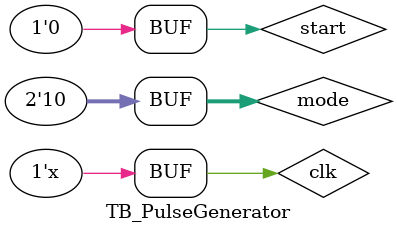
<source format=v>
`timescale 1ns / 1ps

module TB_PulseGenerator();

    reg clk = 0;
    reg start = 0;
    reg[1:0] mode;
    wire pulse;
 
    always #1000 clk = ~clk;
    
    PulseGenerator gen(clk, start, mode, pulse);
    
    initial begin
        mode = 2'b10;
        start = 0;
        #1000
        start = 1;
        #300000000
        start = 0;
    
    end

endmodule

</source>
